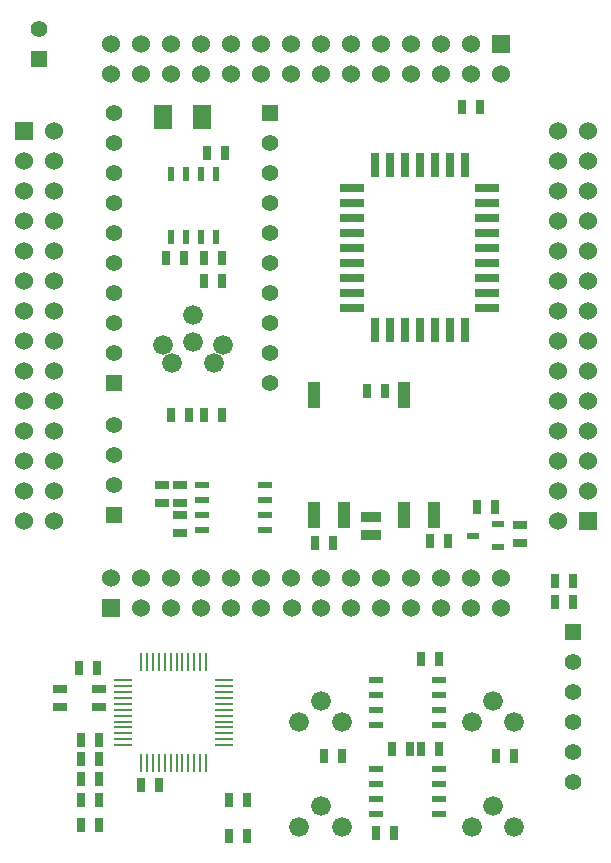
<source format=gts>
G04 (created by PCBNEW (2013-07-07 BZR 4022)-stable) date 7/4/2017 7:52:43 PM*
%MOIN*%
G04 Gerber Fmt 3.4, Leading zero omitted, Abs format*
%FSLAX34Y34*%
G01*
G70*
G90*
G04 APERTURE LIST*
%ADD10C,0.00590551*%
%ADD11R,0.025X0.045*%
%ADD12R,0.045X0.025*%
%ADD13R,0.0591X0.01*%
%ADD14R,0.01X0.0591*%
%ADD15C,0.06*%
%ADD16R,0.06X0.06*%
%ADD17R,0.045X0.02*%
%ADD18R,0.02X0.045*%
%ADD19R,0.06X0.08*%
%ADD20R,0.0394X0.0236*%
%ADD21R,0.055X0.055*%
%ADD22C,0.055*%
%ADD23R,0.067X0.032*%
%ADD24R,0.03X0.08*%
%ADD25R,0.08X0.03*%
%ADD26C,0.066*%
%ADD27R,0.039X0.09*%
G04 APERTURE END LIST*
G54D10*
G54D11*
X62500Y-27125D03*
X63100Y-27125D03*
X49750Y-45825D03*
X50350Y-45825D03*
X50425Y-48200D03*
X49825Y-48200D03*
X52400Y-49700D03*
X51800Y-49700D03*
X50425Y-50200D03*
X49825Y-50200D03*
X50425Y-51050D03*
X49825Y-51050D03*
X50425Y-49525D03*
X49825Y-49525D03*
X50425Y-48850D03*
X49825Y-48850D03*
G54D12*
X50425Y-47100D03*
X50425Y-46500D03*
G54D11*
X53925Y-37375D03*
X54525Y-37375D03*
X53400Y-37375D03*
X52800Y-37375D03*
G54D13*
X54574Y-48381D03*
X54574Y-48184D03*
X54574Y-47987D03*
X54574Y-47791D03*
X54574Y-47594D03*
X54574Y-47397D03*
X54574Y-47201D03*
X54574Y-47004D03*
X54574Y-46807D03*
X54574Y-46611D03*
X54574Y-46414D03*
X54574Y-46217D03*
G54D14*
X53983Y-45626D03*
X53786Y-45626D03*
X53589Y-45626D03*
X53393Y-45626D03*
X53196Y-45626D03*
X52999Y-45626D03*
X52803Y-45626D03*
X52606Y-45626D03*
X52409Y-45626D03*
X52213Y-45626D03*
X52016Y-45626D03*
X51819Y-45626D03*
G54D13*
X51228Y-46217D03*
X51228Y-46414D03*
X51228Y-46611D03*
X51228Y-46807D03*
X51228Y-47004D03*
X51228Y-47201D03*
X51228Y-47397D03*
X51228Y-47594D03*
X51228Y-47791D03*
X51228Y-47987D03*
X51228Y-48184D03*
X51228Y-48381D03*
G54D14*
X51819Y-48972D03*
X52016Y-48972D03*
X52213Y-48972D03*
X52409Y-48972D03*
X52606Y-48972D03*
X52803Y-48972D03*
X52999Y-48972D03*
X53196Y-48972D03*
X53393Y-48972D03*
X53589Y-48972D03*
X53786Y-48972D03*
X53983Y-48972D03*
G54D15*
X47900Y-31900D03*
X47900Y-30900D03*
X47900Y-29900D03*
X47900Y-28900D03*
X48900Y-40900D03*
X48900Y-39900D03*
X48900Y-38900D03*
X48900Y-37900D03*
X48900Y-36900D03*
X47900Y-40900D03*
X48900Y-35900D03*
X47900Y-39900D03*
X48900Y-34900D03*
X47900Y-38900D03*
X48900Y-33900D03*
X47900Y-37900D03*
X48900Y-32900D03*
X47900Y-36900D03*
X48900Y-31900D03*
X47900Y-35900D03*
X48900Y-30900D03*
X47900Y-34900D03*
X48900Y-29900D03*
X47900Y-33900D03*
X48900Y-28900D03*
X47900Y-32900D03*
X48900Y-27900D03*
G54D16*
X47900Y-27900D03*
X66700Y-40900D03*
G54D15*
X65700Y-40900D03*
X66700Y-35900D03*
X65700Y-39900D03*
X66700Y-34900D03*
X65700Y-38900D03*
X66700Y-33900D03*
X65700Y-37900D03*
X66700Y-32900D03*
X65700Y-36900D03*
X66700Y-31900D03*
X65700Y-35900D03*
X66700Y-30900D03*
X65700Y-34900D03*
X66700Y-29900D03*
X65700Y-33900D03*
X66700Y-28900D03*
X65700Y-32900D03*
X66700Y-27900D03*
X65700Y-31900D03*
X65700Y-30900D03*
X65700Y-29900D03*
X65700Y-28900D03*
X65700Y-27900D03*
X66700Y-39900D03*
X66700Y-38900D03*
X66700Y-37900D03*
X66700Y-36900D03*
X59800Y-25000D03*
X60800Y-25000D03*
X61800Y-25000D03*
X62800Y-25000D03*
X50800Y-26000D03*
X51800Y-26000D03*
X52800Y-26000D03*
X53800Y-26000D03*
X54800Y-26000D03*
X50800Y-25000D03*
X55800Y-26000D03*
X51800Y-25000D03*
X56800Y-26000D03*
X52800Y-25000D03*
X57800Y-26000D03*
X53800Y-25000D03*
X58800Y-26000D03*
X54800Y-25000D03*
X59800Y-26000D03*
X55800Y-25000D03*
X60800Y-26000D03*
X56800Y-25000D03*
X61800Y-26000D03*
X57800Y-25000D03*
X62800Y-26000D03*
X58800Y-25000D03*
X63800Y-26000D03*
G54D16*
X63800Y-25000D03*
X50800Y-43800D03*
G54D15*
X50800Y-42800D03*
X55800Y-43800D03*
X51800Y-42800D03*
X56850Y-43800D03*
X52800Y-42800D03*
X57800Y-43800D03*
X53800Y-42800D03*
X58800Y-43800D03*
X54800Y-42800D03*
X59800Y-43800D03*
X55800Y-42800D03*
X60800Y-43800D03*
X56800Y-42800D03*
X61800Y-43800D03*
X57800Y-42800D03*
X62800Y-43800D03*
X58800Y-42800D03*
X63800Y-43800D03*
X59800Y-42800D03*
X60800Y-42800D03*
X61800Y-42800D03*
X62800Y-42800D03*
X63800Y-42800D03*
X51800Y-43800D03*
X52800Y-43800D03*
X53800Y-43800D03*
X54800Y-43800D03*
G54D17*
X61750Y-46200D03*
X59650Y-46200D03*
X61750Y-46700D03*
X61750Y-47200D03*
X61750Y-47700D03*
X59650Y-46700D03*
X59650Y-47200D03*
X59650Y-47700D03*
X61750Y-49175D03*
X59650Y-49175D03*
X61750Y-49675D03*
X61750Y-50175D03*
X61750Y-50675D03*
X59650Y-49675D03*
X59650Y-50175D03*
X59650Y-50675D03*
G54D11*
X55350Y-50200D03*
X54750Y-50200D03*
G54D12*
X64450Y-41650D03*
X64450Y-41050D03*
G54D11*
X63600Y-40450D03*
X63000Y-40450D03*
X61750Y-48525D03*
X61150Y-48525D03*
X61750Y-45525D03*
X61150Y-45525D03*
G54D12*
X53125Y-41325D03*
X53125Y-40725D03*
G54D11*
X59650Y-51325D03*
X60250Y-51320D03*
X57900Y-48750D03*
X58500Y-48750D03*
X66200Y-42900D03*
X65600Y-42900D03*
X66200Y-43610D03*
X65600Y-43610D03*
X63650Y-48750D03*
X64250Y-48750D03*
X55350Y-51400D03*
X54750Y-51400D03*
X54000Y-28650D03*
X54600Y-28650D03*
X61450Y-41575D03*
X62050Y-41575D03*
X59950Y-36575D03*
X59350Y-36575D03*
X54500Y-32150D03*
X53900Y-32150D03*
X58200Y-41650D03*
X57600Y-41650D03*
X53250Y-32150D03*
X52650Y-32150D03*
X54500Y-32900D03*
X53900Y-32900D03*
G54D18*
X52800Y-29350D03*
X52800Y-31450D03*
X53300Y-29350D03*
X53800Y-29350D03*
X54300Y-29350D03*
X53300Y-31450D03*
X53800Y-31450D03*
X54300Y-31450D03*
G54D19*
X53850Y-27450D03*
X52550Y-27450D03*
G54D12*
X49125Y-46500D03*
X49125Y-47100D03*
G54D20*
X63716Y-41775D03*
X62884Y-41400D03*
X63716Y-41025D03*
G54D21*
X48400Y-25500D03*
G54D22*
X48400Y-24500D03*
G54D23*
X59475Y-40780D03*
X59475Y-41370D03*
G54D17*
X53850Y-41225D03*
X55950Y-41225D03*
X53850Y-40725D03*
X53850Y-40225D03*
X53850Y-39725D03*
X55950Y-40725D03*
X55950Y-40225D03*
X55950Y-39725D03*
G54D12*
X52500Y-39700D03*
X52500Y-40300D03*
G54D22*
X50900Y-27300D03*
X50900Y-28300D03*
X50900Y-29300D03*
X50900Y-30300D03*
X50900Y-31300D03*
X50900Y-32300D03*
X50900Y-33300D03*
X50900Y-34300D03*
G54D21*
X50900Y-36300D03*
G54D22*
X50900Y-35300D03*
G54D24*
X61100Y-29050D03*
X60600Y-29050D03*
X60100Y-29050D03*
X59600Y-29050D03*
G54D25*
X58850Y-29800D03*
X58850Y-30300D03*
X58850Y-30800D03*
X58850Y-31300D03*
X58850Y-31800D03*
X58850Y-32300D03*
X58850Y-32800D03*
X58850Y-33300D03*
X58850Y-33800D03*
G54D24*
X59600Y-34550D03*
X60100Y-34550D03*
X60600Y-34550D03*
X61100Y-34550D03*
X61600Y-34550D03*
X62100Y-34550D03*
X62600Y-34550D03*
G54D25*
X63350Y-33800D03*
X63350Y-33300D03*
X63350Y-32800D03*
X63350Y-32300D03*
X63350Y-31800D03*
X63350Y-31300D03*
X63350Y-30800D03*
X63350Y-30300D03*
X63350Y-29800D03*
G54D24*
X62600Y-29050D03*
X62100Y-29050D03*
X61600Y-29050D03*
G54D26*
X52840Y-35660D03*
X53550Y-34950D03*
X54260Y-35660D03*
X62840Y-47610D03*
X63550Y-46900D03*
X64260Y-47610D03*
X57090Y-51110D03*
X57800Y-50400D03*
X58510Y-51110D03*
X62840Y-51110D03*
X63550Y-50400D03*
X64260Y-51110D03*
X57090Y-47610D03*
X57800Y-46900D03*
X58510Y-47610D03*
G54D22*
X56100Y-36300D03*
X56100Y-35300D03*
X56100Y-34300D03*
X56100Y-33300D03*
X56100Y-32300D03*
X56100Y-31300D03*
X56100Y-30300D03*
X56100Y-29300D03*
G54D21*
X56100Y-27300D03*
G54D22*
X56100Y-28300D03*
G54D27*
X57575Y-36700D03*
X60575Y-36700D03*
X60575Y-40700D03*
X61575Y-40700D03*
X58575Y-40700D03*
X57575Y-40700D03*
G54D22*
X66200Y-49600D03*
X66200Y-48600D03*
X66200Y-47600D03*
X66200Y-46600D03*
G54D21*
X66200Y-44600D03*
G54D22*
X66200Y-45600D03*
G54D12*
X53125Y-39700D03*
X53125Y-40300D03*
G54D22*
X50900Y-37700D03*
X50900Y-38700D03*
G54D21*
X50900Y-40700D03*
G54D22*
X50900Y-39700D03*
G54D11*
X60175Y-48525D03*
X60775Y-48525D03*
G54D26*
X52550Y-35050D03*
X53550Y-34050D03*
X54550Y-35050D03*
M02*

</source>
